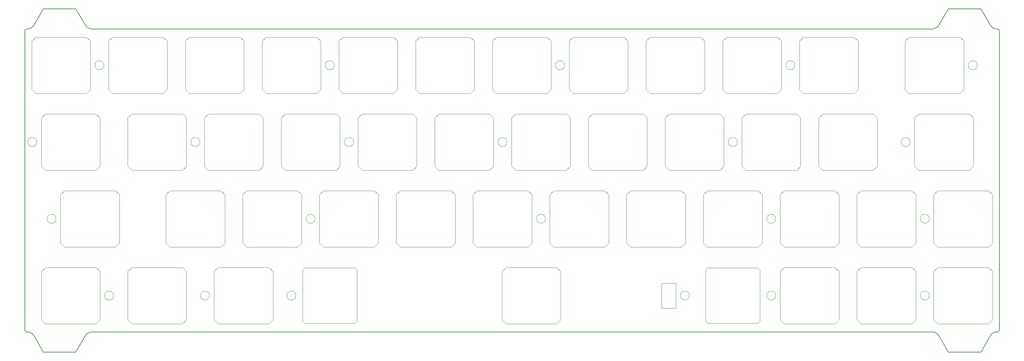
<source format=gbr>
%TF.GenerationSoftware,KiCad,Pcbnew,8.0.5*%
%TF.CreationDate,2024-10-29T17:29:43+01:00*%
%TF.ProjectId,plate campsite,706c6174-6520-4636-916d-70736974652e,rev?*%
%TF.SameCoordinates,Original*%
%TF.FileFunction,Profile,NP*%
%FSLAX46Y46*%
G04 Gerber Fmt 4.6, Leading zero omitted, Abs format (unit mm)*
G04 Created by KiCad (PCBNEW 8.0.5) date 2024-10-29 17:29:43*
%MOMM*%
%LPD*%
G01*
G04 APERTURE LIST*
%TA.AperFunction,Profile*%
%ADD10C,0.200000*%
%TD*%
%TA.AperFunction,Profile*%
%ADD11C,0.100000*%
%TD*%
%TA.AperFunction,Profile*%
%ADD12C,0.120000*%
%TD*%
G04 APERTURE END LIST*
D10*
X40265100Y-97106250D02*
X248659900Y-97106250D01*
X36223648Y-16956250D02*
X28151852Y-16956250D01*
X264881249Y-21956250D02*
G75*
G02*
X265381250Y-22456251I-49J-500050D01*
G01*
X248659900Y-21956250D02*
X40265100Y-21956250D01*
D11*
X247978782Y-69056250D02*
G75*
G02*
X245733718Y-69056250I-1122532J0D01*
G01*
X245733718Y-69056250D02*
G75*
G02*
X247978782Y-69056250I1122532J0D01*
G01*
D10*
X252701352Y-16956250D02*
X250391951Y-20956250D01*
X260773148Y-16956250D02*
X252701352Y-16956250D01*
D11*
X243216282Y-50006250D02*
G75*
G02*
X240971218Y-50006250I-1122532J0D01*
G01*
X240971218Y-50006250D02*
G75*
G02*
X243216282Y-50006250I1122532J0D01*
G01*
X105103782Y-50006250D02*
G75*
G02*
X102858718Y-50006250I-1122532J0D01*
G01*
X102858718Y-50006250D02*
G75*
G02*
X105103782Y-50006250I1122532J0D01*
G01*
X152728782Y-69056250D02*
G75*
G02*
X150483718Y-69056250I-1122532J0D01*
G01*
X150483718Y-69056250D02*
G75*
G02*
X152728782Y-69056250I1122532J0D01*
G01*
D10*
X265381250Y-96606249D02*
X265381250Y-22456251D01*
X248659900Y-97106250D02*
G75*
G02*
X250391972Y-98106237I0J-2000050D01*
G01*
X23543750Y-22456250D02*
X23543750Y-96606250D01*
D11*
X26522532Y-50006250D02*
G75*
G02*
X24277468Y-50006250I-1122532J0D01*
G01*
X24277468Y-50006250D02*
G75*
G02*
X26522532Y-50006250I1122532J0D01*
G01*
D10*
X38533049Y-98106249D02*
G75*
G02*
X40265100Y-97106274I1732051J-1000051D01*
G01*
D11*
X259885032Y-30956250D02*
G75*
G02*
X257639968Y-30956250I-1122532J0D01*
G01*
X257639968Y-30956250D02*
G75*
G02*
X259885032Y-30956250I1122532J0D01*
G01*
D10*
X25842451Y-98106250D02*
X28151852Y-102106250D01*
D11*
X209878782Y-69056250D02*
G75*
G02*
X207633718Y-69056250I-1122532J0D01*
G01*
X207633718Y-69056250D02*
G75*
G02*
X209878782Y-69056250I1122532J0D01*
G01*
X43191282Y-30956250D02*
G75*
G02*
X40946218Y-30956250I-1122532J0D01*
G01*
X40946218Y-30956250D02*
G75*
G02*
X43191282Y-30956250I1122532J0D01*
G01*
D10*
X250391951Y-20956250D02*
G75*
G02*
X248659900Y-21956275I-1732051J999950D01*
G01*
D11*
X247978782Y-88106250D02*
G75*
G02*
X245733718Y-88106250I-1122532J0D01*
G01*
X245733718Y-88106250D02*
G75*
G02*
X247978782Y-88106250I1122532J0D01*
G01*
D10*
X265381250Y-96606249D02*
G75*
G02*
X264881249Y-97106250I-500050J49D01*
G01*
X24110400Y-97106250D02*
G75*
G02*
X25842429Y-98106263I0J-1999950D01*
G01*
X260773148Y-102106250D02*
X263082549Y-98106249D01*
D11*
X214641282Y-30956250D02*
G75*
G02*
X212396218Y-30956250I-1122532J0D01*
G01*
X212396218Y-30956250D02*
G75*
G02*
X214641282Y-30956250I1122532J0D01*
G01*
X181557575Y-85028334D02*
X185154924Y-85028334D01*
X185154924Y-91182607D01*
X181557575Y-91182607D01*
X181557575Y-85028334D01*
X90816282Y-88106250D02*
G75*
G02*
X88571218Y-88106250I-1122532J0D01*
G01*
X88571218Y-88106250D02*
G75*
G02*
X90816282Y-88106250I1122532J0D01*
G01*
D10*
X36223648Y-102106250D02*
X38533049Y-98106249D01*
D11*
X188447532Y-88106250D02*
G75*
G02*
X186202468Y-88106250I-1122532J0D01*
G01*
X186202468Y-88106250D02*
G75*
G02*
X188447532Y-88106250I1122532J0D01*
G01*
X157491282Y-30956250D02*
G75*
G02*
X155246218Y-30956250I-1122532J0D01*
G01*
X155246218Y-30956250D02*
G75*
G02*
X157491282Y-30956250I1122532J0D01*
G01*
X67003782Y-50006250D02*
G75*
G02*
X64758718Y-50006250I-1122532J0D01*
G01*
X64758718Y-50006250D02*
G75*
G02*
X67003782Y-50006250I1122532J0D01*
G01*
D10*
X24043750Y-97106250D02*
G75*
G02*
X23543750Y-96606250I50J500050D01*
G01*
D11*
X95578782Y-69056250D02*
G75*
G02*
X93333718Y-69056250I-1122532J0D01*
G01*
X93333718Y-69056250D02*
G75*
G02*
X95578782Y-69056250I1122532J0D01*
G01*
X31285032Y-69056250D02*
G75*
G02*
X29039968Y-69056250I-1122532J0D01*
G01*
X29039968Y-69056250D02*
G75*
G02*
X31285032Y-69056250I1122532J0D01*
G01*
D10*
X263082549Y-98106249D02*
G75*
G02*
X264814600Y-97106274I1732051J-1000051D01*
G01*
D11*
X100341282Y-30956250D02*
G75*
G02*
X98096218Y-30956250I-1122532J0D01*
G01*
X98096218Y-30956250D02*
G75*
G02*
X100341282Y-30956250I1122532J0D01*
G01*
X143203782Y-50006250D02*
G75*
G02*
X140958718Y-50006250I-1122532J0D01*
G01*
X140958718Y-50006250D02*
G75*
G02*
X143203782Y-50006250I1122532J0D01*
G01*
D10*
X40265100Y-21956250D02*
G75*
G02*
X38533071Y-20956237I0J1999950D01*
G01*
X264881249Y-21956250D02*
X264814600Y-21956250D01*
D11*
X45572532Y-88106250D02*
G75*
G02*
X43327468Y-88106250I-1122532J0D01*
G01*
X43327468Y-88106250D02*
G75*
G02*
X45572532Y-88106250I1122532J0D01*
G01*
X69385032Y-88106250D02*
G75*
G02*
X67139968Y-88106250I-1122532J0D01*
G01*
X67139968Y-88106250D02*
G75*
G02*
X69385032Y-88106250I1122532J0D01*
G01*
D10*
X28151852Y-16956250D02*
X25842451Y-20956250D01*
D11*
X209878782Y-88106250D02*
G75*
G02*
X207633718Y-88106250I-1122532J0D01*
G01*
X207633718Y-88106250D02*
G75*
G02*
X209878782Y-88106250I1122532J0D01*
G01*
D10*
X28151852Y-102106250D02*
X36223648Y-102106250D01*
X250391951Y-98106249D02*
X252701352Y-102106250D01*
X263082549Y-20956250D02*
X260773148Y-16956250D01*
X252701352Y-102106250D02*
X260773148Y-102106250D01*
X264814600Y-97106250D02*
X264881249Y-97106250D01*
X23543750Y-22456250D02*
G75*
G02*
X24043750Y-21956250I500050J-50D01*
G01*
D11*
X200353782Y-50006250D02*
G75*
G02*
X198108718Y-50006250I-1122532J0D01*
G01*
X198108718Y-50006250D02*
G75*
G02*
X200353782Y-50006250I1122532J0D01*
G01*
D10*
X25843412Y-20956805D02*
G75*
G02*
X24043751Y-21956225I-1733012J1000605D01*
G01*
X38533049Y-20956250D02*
X36223648Y-16956250D01*
X24043750Y-97106250D02*
X24110400Y-97106250D01*
X264814600Y-21956250D02*
G75*
G02*
X263082571Y-20956237I0J1999950D01*
G01*
D12*
%TO.C,REF\u002A\u002A*%
X92487500Y-81742750D02*
X92487500Y-94469750D01*
X92487500Y-94469750D02*
X92994500Y-94976750D01*
X92994500Y-81235750D02*
X92487500Y-81742750D01*
X92994500Y-94976750D02*
X105442500Y-94976750D01*
X105442500Y-81235750D02*
X92994500Y-81235750D01*
X105442500Y-94976750D02*
X105949500Y-94469750D01*
X105949500Y-81742750D02*
X105442500Y-81235750D01*
X105949500Y-94469750D02*
X105949500Y-81742750D01*
X192500500Y-81742750D02*
X192500500Y-94469750D01*
X192500500Y-81742750D02*
X193000500Y-81235750D01*
X192500500Y-94469750D02*
X193007500Y-94976750D01*
X193000500Y-81235750D02*
X205462500Y-81235750D01*
X193007500Y-94976750D02*
X205455500Y-94976750D01*
X205455500Y-94976750D02*
X205962500Y-94469750D01*
X205462500Y-81235750D02*
X205962500Y-81742750D01*
X205962500Y-94469750D02*
X205962500Y-81742750D01*
X141925000Y-82106250D02*
X141925000Y-94106250D01*
X141925000Y-94106250D02*
X142925000Y-95106250D01*
X142925000Y-81106250D02*
X141925000Y-82106250D01*
X142925000Y-95106250D02*
X155525000Y-95106250D01*
X155525000Y-81106250D02*
X142925000Y-81106250D01*
X155525000Y-81106250D02*
X156525000Y-82106250D01*
X155525000Y-95106250D02*
X156525000Y-94106250D01*
X156525000Y-94106250D02*
X156525000Y-82106250D01*
X139543750Y-24956250D02*
X139543750Y-36956250D01*
X139543750Y-36956250D02*
X140543750Y-37956250D01*
X140543750Y-23956250D02*
X139543750Y-24956250D01*
X140543750Y-37956250D02*
X153143750Y-37956250D01*
X153143750Y-23956250D02*
X140543750Y-23956250D01*
X153143750Y-23956250D02*
X154143750Y-24956250D01*
X153143750Y-37956250D02*
X154143750Y-36956250D01*
X154143750Y-36956250D02*
X154143750Y-24956250D01*
X49056250Y-82106250D02*
X49056250Y-94106250D01*
X49056250Y-94106250D02*
X50056250Y-95106250D01*
X50056250Y-81106250D02*
X49056250Y-82106250D01*
X50056250Y-95106250D02*
X62656250Y-95106250D01*
X62656250Y-81106250D02*
X50056250Y-81106250D01*
X62656250Y-81106250D02*
X63656250Y-82106250D01*
X62656250Y-95106250D02*
X63656250Y-94106250D01*
X63656250Y-94106250D02*
X63656250Y-82106250D01*
X27625000Y-82106250D02*
X27625000Y-94106250D01*
X27625000Y-94106250D02*
X28625000Y-95106250D01*
X28625000Y-81106250D02*
X27625000Y-82106250D01*
X28625000Y-95106250D02*
X41225000Y-95106250D01*
X41225000Y-81106250D02*
X28625000Y-81106250D01*
X41225000Y-81106250D02*
X42225000Y-82106250D01*
X41225000Y-95106250D02*
X42225000Y-94106250D01*
X42225000Y-94106250D02*
X42225000Y-82106250D01*
X106206250Y-44006250D02*
X106206250Y-56006250D01*
X106206250Y-56006250D02*
X107206250Y-57006250D01*
X107206250Y-43006250D02*
X106206250Y-44006250D01*
X107206250Y-57006250D02*
X119806250Y-57006250D01*
X119806250Y-43006250D02*
X107206250Y-43006250D01*
X119806250Y-43006250D02*
X120806250Y-44006250D01*
X119806250Y-57006250D02*
X120806250Y-56006250D01*
X120806250Y-56006250D02*
X120806250Y-44006250D01*
X172881250Y-63056250D02*
X172881250Y-75056250D01*
X172881250Y-75056250D02*
X173881250Y-76056250D01*
X173881250Y-62056250D02*
X172881250Y-63056250D01*
X173881250Y-76056250D02*
X186481250Y-76056250D01*
X186481250Y-62056250D02*
X173881250Y-62056250D01*
X186481250Y-62056250D02*
X187481250Y-63056250D01*
X186481250Y-76056250D02*
X187481250Y-75056250D01*
X187481250Y-75056250D02*
X187481250Y-63056250D01*
X87156250Y-44006250D02*
X87156250Y-56006250D01*
X87156250Y-56006250D02*
X88156250Y-57006250D01*
X88156250Y-43006250D02*
X87156250Y-44006250D01*
X88156250Y-57006250D02*
X100756250Y-57006250D01*
X100756250Y-43006250D02*
X88156250Y-43006250D01*
X100756250Y-43006250D02*
X101756250Y-44006250D01*
X100756250Y-57006250D02*
X101756250Y-56006250D01*
X101756250Y-56006250D02*
X101756250Y-44006250D01*
X68106250Y-44006250D02*
X68106250Y-56006250D01*
X68106250Y-56006250D02*
X69106250Y-57006250D01*
X69106250Y-43006250D02*
X68106250Y-44006250D01*
X69106250Y-57006250D02*
X81706250Y-57006250D01*
X81706250Y-43006250D02*
X69106250Y-43006250D01*
X81706250Y-43006250D02*
X82706250Y-44006250D01*
X81706250Y-57006250D02*
X82706250Y-56006250D01*
X82706250Y-56006250D02*
X82706250Y-44006250D01*
X215743750Y-24956250D02*
X215743750Y-36956250D01*
X215743750Y-36956250D02*
X216743750Y-37956250D01*
X216743750Y-23956250D02*
X215743750Y-24956250D01*
X216743750Y-37956250D02*
X229343750Y-37956250D01*
X229343750Y-23956250D02*
X216743750Y-23956250D01*
X229343750Y-23956250D02*
X230343750Y-24956250D01*
X229343750Y-37956250D02*
X230343750Y-36956250D01*
X230343750Y-36956250D02*
X230343750Y-24956250D01*
X244318750Y-44006250D02*
X244318750Y-56006250D01*
X244318750Y-56006250D02*
X245318750Y-57006250D01*
X245318750Y-43006250D02*
X244318750Y-44006250D01*
X245318750Y-57006250D02*
X257918750Y-57006250D01*
X257918750Y-43006250D02*
X245318750Y-43006250D01*
X257918750Y-43006250D02*
X258918750Y-44006250D01*
X257918750Y-57006250D02*
X258918750Y-56006250D01*
X258918750Y-56006250D02*
X258918750Y-44006250D01*
X241937500Y-24956250D02*
X241937500Y-36956250D01*
X241937500Y-36956250D02*
X242937500Y-37956250D01*
X242937500Y-23956250D02*
X241937500Y-24956250D01*
X242937500Y-37956250D02*
X255537500Y-37956250D01*
X255537500Y-23956250D02*
X242937500Y-23956250D01*
X255537500Y-23956250D02*
X256537500Y-24956250D01*
X255537500Y-37956250D02*
X256537500Y-36956250D01*
X256537500Y-36956250D02*
X256537500Y-24956250D01*
X120493750Y-24956250D02*
X120493750Y-36956250D01*
X120493750Y-36956250D02*
X121493750Y-37956250D01*
X121493750Y-23956250D02*
X120493750Y-24956250D01*
X121493750Y-37956250D02*
X134093750Y-37956250D01*
X134093750Y-23956250D02*
X121493750Y-23956250D01*
X134093750Y-23956250D02*
X135093750Y-24956250D01*
X134093750Y-37956250D02*
X135093750Y-36956250D01*
X135093750Y-36956250D02*
X135093750Y-24956250D01*
X201456250Y-44006250D02*
X201456250Y-56006250D01*
X201456250Y-56006250D02*
X202456250Y-57006250D01*
X202456250Y-43006250D02*
X201456250Y-44006250D01*
X202456250Y-57006250D02*
X215056250Y-57006250D01*
X215056250Y-43006250D02*
X202456250Y-43006250D01*
X215056250Y-43006250D02*
X216056250Y-44006250D01*
X215056250Y-57006250D02*
X216056250Y-56006250D01*
X216056250Y-56006250D02*
X216056250Y-44006250D01*
X77631250Y-63056250D02*
X77631250Y-75056250D01*
X77631250Y-75056250D02*
X78631250Y-76056250D01*
X78631250Y-62056250D02*
X77631250Y-63056250D01*
X78631250Y-76056250D02*
X91231250Y-76056250D01*
X91231250Y-62056250D02*
X78631250Y-62056250D01*
X91231250Y-62056250D02*
X92231250Y-63056250D01*
X91231250Y-76056250D02*
X92231250Y-75056250D01*
X92231250Y-75056250D02*
X92231250Y-63056250D01*
X32387500Y-63056250D02*
X32387500Y-75056250D01*
X32387500Y-75056250D02*
X33387500Y-76056250D01*
X33387500Y-62056250D02*
X32387500Y-63056250D01*
X33387500Y-76056250D02*
X45987500Y-76056250D01*
X45987500Y-62056250D02*
X33387500Y-62056250D01*
X45987500Y-62056250D02*
X46987500Y-63056250D01*
X45987500Y-76056250D02*
X46987500Y-75056250D01*
X46987500Y-75056250D02*
X46987500Y-63056250D01*
X191931250Y-63056250D02*
X191931250Y-75056250D01*
X191931250Y-75056250D02*
X192931250Y-76056250D01*
X192931250Y-62056250D02*
X191931250Y-63056250D01*
X192931250Y-76056250D02*
X205531250Y-76056250D01*
X205531250Y-62056250D02*
X192931250Y-62056250D01*
X205531250Y-62056250D02*
X206531250Y-63056250D01*
X205531250Y-76056250D02*
X206531250Y-75056250D01*
X206531250Y-75056250D02*
X206531250Y-63056250D01*
X182406250Y-44006250D02*
X182406250Y-56006250D01*
X182406250Y-56006250D02*
X183406250Y-57006250D01*
X183406250Y-43006250D02*
X182406250Y-44006250D01*
X183406250Y-57006250D02*
X196006250Y-57006250D01*
X196006250Y-43006250D02*
X183406250Y-43006250D01*
X196006250Y-43006250D02*
X197006250Y-44006250D01*
X196006250Y-57006250D02*
X197006250Y-56006250D01*
X197006250Y-56006250D02*
X197006250Y-44006250D01*
X27625000Y-44006250D02*
X27625000Y-56006250D01*
X27625000Y-56006250D02*
X28625000Y-57006250D01*
X28625000Y-43006250D02*
X27625000Y-44006250D01*
X28625000Y-57006250D02*
X41225000Y-57006250D01*
X41225000Y-43006250D02*
X28625000Y-43006250D01*
X41225000Y-43006250D02*
X42225000Y-44006250D01*
X41225000Y-57006250D02*
X42225000Y-56006250D01*
X42225000Y-56006250D02*
X42225000Y-44006250D01*
X49056250Y-44006250D02*
X49056250Y-56006250D01*
X49056250Y-56006250D02*
X50056250Y-57006250D01*
X50056250Y-43006250D02*
X49056250Y-44006250D01*
X50056250Y-57006250D02*
X62656250Y-57006250D01*
X62656250Y-43006250D02*
X50056250Y-43006250D01*
X62656250Y-43006250D02*
X63656250Y-44006250D01*
X62656250Y-57006250D02*
X63656250Y-56006250D01*
X63656250Y-56006250D02*
X63656250Y-44006250D01*
X249081250Y-82106250D02*
X249081250Y-94106250D01*
X249081250Y-94106250D02*
X250081250Y-95106250D01*
X250081250Y-81106250D02*
X249081250Y-82106250D01*
X250081250Y-95106250D02*
X262681250Y-95106250D01*
X262681250Y-81106250D02*
X250081250Y-81106250D01*
X262681250Y-81106250D02*
X263681250Y-82106250D01*
X262681250Y-95106250D02*
X263681250Y-94106250D01*
X263681250Y-94106250D02*
X263681250Y-82106250D01*
X115731250Y-63056250D02*
X115731250Y-75056250D01*
X115731250Y-75056250D02*
X116731250Y-76056250D01*
X116731250Y-62056250D02*
X115731250Y-63056250D01*
X116731250Y-76056250D02*
X129331250Y-76056250D01*
X129331250Y-62056250D02*
X116731250Y-62056250D01*
X129331250Y-62056250D02*
X130331250Y-63056250D01*
X129331250Y-76056250D02*
X130331250Y-75056250D01*
X130331250Y-75056250D02*
X130331250Y-63056250D01*
X25243750Y-24956250D02*
X25243750Y-36956250D01*
X25243750Y-36956250D02*
X26243750Y-37956250D01*
X26243750Y-23956250D02*
X25243750Y-24956250D01*
X26243750Y-37956250D02*
X38843750Y-37956250D01*
X38843750Y-23956250D02*
X26243750Y-23956250D01*
X38843750Y-23956250D02*
X39843750Y-24956250D01*
X38843750Y-37956250D02*
X39843750Y-36956250D01*
X39843750Y-36956250D02*
X39843750Y-24956250D01*
X153831250Y-63056250D02*
X153831250Y-75056250D01*
X153831250Y-75056250D02*
X154831250Y-76056250D01*
X154831250Y-62056250D02*
X153831250Y-63056250D01*
X154831250Y-76056250D02*
X167431250Y-76056250D01*
X167431250Y-62056250D02*
X154831250Y-62056250D01*
X167431250Y-62056250D02*
X168431250Y-63056250D01*
X167431250Y-76056250D02*
X168431250Y-75056250D01*
X168431250Y-75056250D02*
X168431250Y-63056250D01*
X125256250Y-44006250D02*
X125256250Y-56006250D01*
X125256250Y-56006250D02*
X126256250Y-57006250D01*
X126256250Y-43006250D02*
X125256250Y-44006250D01*
X126256250Y-57006250D02*
X138856250Y-57006250D01*
X138856250Y-43006250D02*
X126256250Y-43006250D01*
X138856250Y-43006250D02*
X139856250Y-44006250D01*
X138856250Y-57006250D02*
X139856250Y-56006250D01*
X139856250Y-56006250D02*
X139856250Y-44006250D01*
X58581250Y-63056250D02*
X58581250Y-75056250D01*
X58581250Y-75056250D02*
X59581250Y-76056250D01*
X59581250Y-62056250D02*
X58581250Y-63056250D01*
X59581250Y-76056250D02*
X72181250Y-76056250D01*
X72181250Y-62056250D02*
X59581250Y-62056250D01*
X72181250Y-62056250D02*
X73181250Y-63056250D01*
X72181250Y-76056250D02*
X73181250Y-75056250D01*
X73181250Y-75056250D02*
X73181250Y-63056250D01*
X101443750Y-24956250D02*
X101443750Y-36956250D01*
X101443750Y-36956250D02*
X102443750Y-37956250D01*
X102443750Y-23956250D02*
X101443750Y-24956250D01*
X102443750Y-37956250D02*
X115043750Y-37956250D01*
X115043750Y-23956250D02*
X102443750Y-23956250D01*
X115043750Y-23956250D02*
X116043750Y-24956250D01*
X115043750Y-37956250D02*
X116043750Y-36956250D01*
X116043750Y-36956250D02*
X116043750Y-24956250D01*
X44293750Y-24956250D02*
X44293750Y-36956250D01*
X44293750Y-36956250D02*
X45293750Y-37956250D01*
X45293750Y-23956250D02*
X44293750Y-24956250D01*
X45293750Y-37956250D02*
X57893750Y-37956250D01*
X57893750Y-23956250D02*
X45293750Y-23956250D01*
X57893750Y-23956250D02*
X58893750Y-24956250D01*
X57893750Y-37956250D02*
X58893750Y-36956250D01*
X58893750Y-36956250D02*
X58893750Y-24956250D01*
X230031250Y-63056250D02*
X230031250Y-75056250D01*
X230031250Y-75056250D02*
X231031250Y-76056250D01*
X231031250Y-62056250D02*
X230031250Y-63056250D01*
X231031250Y-76056250D02*
X243631250Y-76056250D01*
X243631250Y-62056250D02*
X231031250Y-62056250D01*
X243631250Y-62056250D02*
X244631250Y-63056250D01*
X243631250Y-76056250D02*
X244631250Y-75056250D01*
X244631250Y-75056250D02*
X244631250Y-63056250D01*
X249081250Y-63056250D02*
X249081250Y-75056250D01*
X249081250Y-75056250D02*
X250081250Y-76056250D01*
X250081250Y-62056250D02*
X249081250Y-63056250D01*
X250081250Y-76056250D02*
X262681250Y-76056250D01*
X262681250Y-62056250D02*
X250081250Y-62056250D01*
X262681250Y-62056250D02*
X263681250Y-63056250D01*
X262681250Y-76056250D02*
X263681250Y-75056250D01*
X263681250Y-75056250D02*
X263681250Y-63056250D01*
X210981250Y-82106250D02*
X210981250Y-94106250D01*
X210981250Y-94106250D02*
X211981250Y-95106250D01*
X211981250Y-81106250D02*
X210981250Y-82106250D01*
X211981250Y-95106250D02*
X224581250Y-95106250D01*
X224581250Y-81106250D02*
X211981250Y-81106250D01*
X224581250Y-81106250D02*
X225581250Y-82106250D01*
X224581250Y-95106250D02*
X225581250Y-94106250D01*
X225581250Y-94106250D02*
X225581250Y-82106250D01*
X96681250Y-63056250D02*
X96681250Y-75056250D01*
X96681250Y-75056250D02*
X97681250Y-76056250D01*
X97681250Y-62056250D02*
X96681250Y-63056250D01*
X97681250Y-76056250D02*
X110281250Y-76056250D01*
X110281250Y-62056250D02*
X97681250Y-62056250D01*
X110281250Y-62056250D02*
X111281250Y-63056250D01*
X110281250Y-76056250D02*
X111281250Y-75056250D01*
X111281250Y-75056250D02*
X111281250Y-63056250D01*
X163356250Y-44006250D02*
X163356250Y-56006250D01*
X163356250Y-56006250D02*
X164356250Y-57006250D01*
X164356250Y-43006250D02*
X163356250Y-44006250D01*
X164356250Y-57006250D02*
X176956250Y-57006250D01*
X176956250Y-43006250D02*
X164356250Y-43006250D01*
X176956250Y-43006250D02*
X177956250Y-44006250D01*
X176956250Y-57006250D02*
X177956250Y-56006250D01*
X177956250Y-56006250D02*
X177956250Y-44006250D01*
X82393750Y-24956250D02*
X82393750Y-36956250D01*
X82393750Y-36956250D02*
X83393750Y-37956250D01*
X83393750Y-23956250D02*
X82393750Y-24956250D01*
X83393750Y-37956250D02*
X95993750Y-37956250D01*
X95993750Y-23956250D02*
X83393750Y-23956250D01*
X95993750Y-23956250D02*
X96993750Y-24956250D01*
X95993750Y-37956250D02*
X96993750Y-36956250D01*
X96993750Y-36956250D02*
X96993750Y-24956250D01*
X70487500Y-82106250D02*
X70487500Y-94106250D01*
X70487500Y-94106250D02*
X71487500Y-95106250D01*
X71487500Y-81106250D02*
X70487500Y-82106250D01*
X71487500Y-95106250D02*
X84087500Y-95106250D01*
X84087500Y-81106250D02*
X71487500Y-81106250D01*
X84087500Y-81106250D02*
X85087500Y-82106250D01*
X84087500Y-95106250D02*
X85087500Y-94106250D01*
X85087500Y-94106250D02*
X85087500Y-82106250D01*
X210981250Y-63056250D02*
X210981250Y-75056250D01*
X210981250Y-75056250D02*
X211981250Y-76056250D01*
X211981250Y-62056250D02*
X210981250Y-63056250D01*
X211981250Y-76056250D02*
X224581250Y-76056250D01*
X224581250Y-62056250D02*
X211981250Y-62056250D01*
X224581250Y-62056250D02*
X225581250Y-63056250D01*
X224581250Y-76056250D02*
X225581250Y-75056250D01*
X225581250Y-75056250D02*
X225581250Y-63056250D01*
X196693750Y-24956250D02*
X196693750Y-36956250D01*
X196693750Y-36956250D02*
X197693750Y-37956250D01*
X197693750Y-23956250D02*
X196693750Y-24956250D01*
X197693750Y-37956250D02*
X210293750Y-37956250D01*
X210293750Y-23956250D02*
X197693750Y-23956250D01*
X210293750Y-23956250D02*
X211293750Y-24956250D01*
X210293750Y-37956250D02*
X211293750Y-36956250D01*
X211293750Y-36956250D02*
X211293750Y-24956250D01*
X134781250Y-63056250D02*
X134781250Y-75056250D01*
X134781250Y-75056250D02*
X135781250Y-76056250D01*
X135781250Y-62056250D02*
X134781250Y-63056250D01*
X135781250Y-76056250D02*
X148381250Y-76056250D01*
X148381250Y-62056250D02*
X135781250Y-62056250D01*
X148381250Y-62056250D02*
X149381250Y-63056250D01*
X148381250Y-76056250D02*
X149381250Y-75056250D01*
X149381250Y-75056250D02*
X149381250Y-63056250D01*
X177643750Y-24956250D02*
X177643750Y-36956250D01*
X177643750Y-36956250D02*
X178643750Y-37956250D01*
X178643750Y-23956250D02*
X177643750Y-24956250D01*
X178643750Y-37956250D02*
X191243750Y-37956250D01*
X191243750Y-23956250D02*
X178643750Y-23956250D01*
X191243750Y-23956250D02*
X192243750Y-24956250D01*
X191243750Y-37956250D02*
X192243750Y-36956250D01*
X192243750Y-36956250D02*
X192243750Y-24956250D01*
X220506250Y-44006250D02*
X220506250Y-56006250D01*
X220506250Y-56006250D02*
X221506250Y-57006250D01*
X221506250Y-43006250D02*
X220506250Y-44006250D01*
X221506250Y-57006250D02*
X234106250Y-57006250D01*
X234106250Y-43006250D02*
X221506250Y-43006250D01*
X234106250Y-43006250D02*
X235106250Y-44006250D01*
X234106250Y-57006250D02*
X235106250Y-56006250D01*
X235106250Y-56006250D02*
X235106250Y-44006250D01*
X63343750Y-24956250D02*
X63343750Y-36956250D01*
X63343750Y-36956250D02*
X64343750Y-37956250D01*
X64343750Y-23956250D02*
X63343750Y-24956250D01*
X64343750Y-37956250D02*
X76943750Y-37956250D01*
X76943750Y-23956250D02*
X64343750Y-23956250D01*
X76943750Y-23956250D02*
X77943750Y-24956250D01*
X76943750Y-37956250D02*
X77943750Y-36956250D01*
X77943750Y-36956250D02*
X77943750Y-24956250D01*
X144306250Y-44006250D02*
X144306250Y-56006250D01*
X144306250Y-56006250D02*
X145306250Y-57006250D01*
X145306250Y-43006250D02*
X144306250Y-44006250D01*
X145306250Y-57006250D02*
X157906250Y-57006250D01*
X157906250Y-43006250D02*
X145306250Y-43006250D01*
X157906250Y-43006250D02*
X158906250Y-44006250D01*
X157906250Y-57006250D02*
X158906250Y-56006250D01*
X158906250Y-56006250D02*
X158906250Y-44006250D01*
X158593750Y-24956250D02*
X158593750Y-36956250D01*
X158593750Y-36956250D02*
X159593750Y-37956250D01*
X159593750Y-23956250D02*
X158593750Y-24956250D01*
X159593750Y-37956250D02*
X172193750Y-37956250D01*
X172193750Y-23956250D02*
X159593750Y-23956250D01*
X172193750Y-23956250D02*
X173193750Y-24956250D01*
X172193750Y-37956250D02*
X173193750Y-36956250D01*
X173193750Y-36956250D02*
X173193750Y-24956250D01*
X230031250Y-82106250D02*
X230031250Y-94106250D01*
X230031250Y-94106250D02*
X231031250Y-95106250D01*
X231031250Y-81106250D02*
X230031250Y-82106250D01*
X231031250Y-95106250D02*
X243631250Y-95106250D01*
X243631250Y-81106250D02*
X231031250Y-81106250D01*
X243631250Y-81106250D02*
X244631250Y-82106250D01*
X243631250Y-95106250D02*
X244631250Y-94106250D01*
X244631250Y-94106250D02*
X244631250Y-82106250D01*
%TD*%
M02*

</source>
